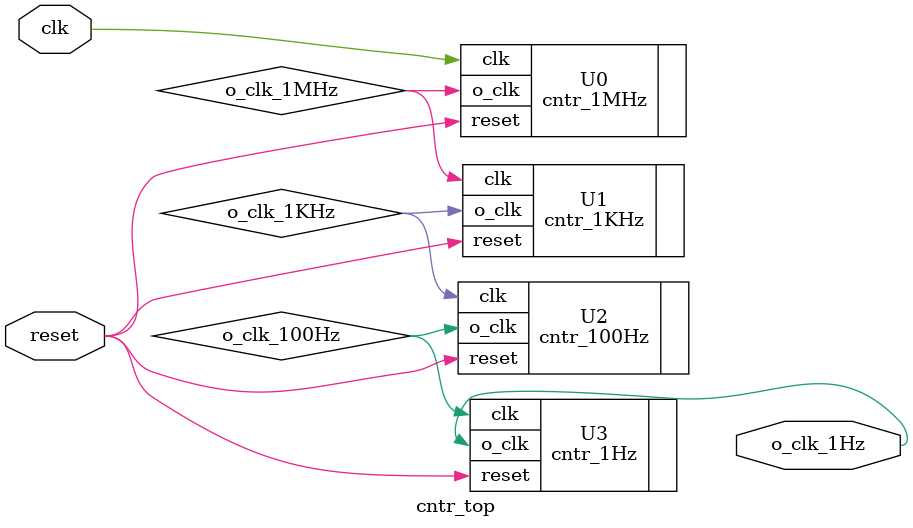
<source format=v>
`timescale 1ns / 1ps


module cntr_top(
    input clk, reset,
    output o_clk_1Hz
    );
    
wire o_clk_1MHz;
wire o_clk_1KHz;
wire o_clk_100Hz;
wire o_clk_1Hz;

cntr_1MHz   U0(.clk(clk), .reset(reset),              .o_clk(o_clk_1MHz));
cntr_1KHz   U1(.clk(o_clk_1MHz), .reset(reset),       .o_clk(o_clk_1KHz));
cntr_100Hz  U2(.clk(o_clk_1KHz), .reset(reset),       .o_clk(o_clk_100Hz));
cntr_1Hz    U3(.clk(o_clk_100Hz), .reset(reset),      .o_clk(o_clk_1Hz));

endmodule

</source>
